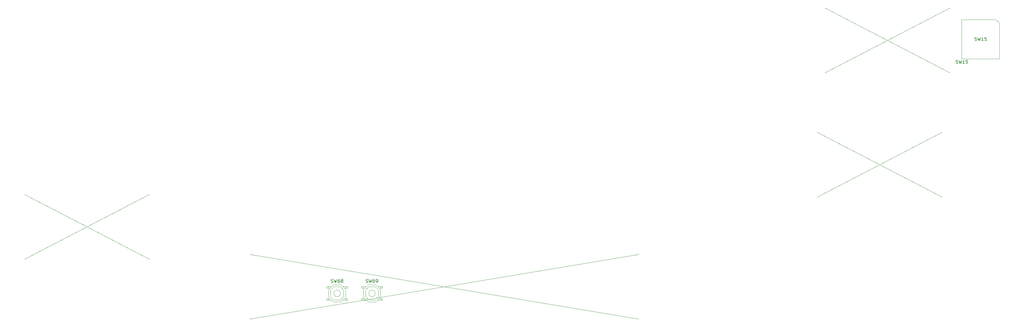
<source format=gbr>
%TF.GenerationSoftware,KiCad,Pcbnew,9.0.2*%
%TF.CreationDate,2025-06-21T23:14:43+02:00*%
%TF.ProjectId,MOD65,4d4f4436-352e-46b6-9963-61645f706362,2*%
%TF.SameCoordinates,Original*%
%TF.FileFunction,AssemblyDrawing,Top*%
%FSLAX46Y46*%
G04 Gerber Fmt 4.6, Leading zero omitted, Abs format (unit mm)*
G04 Created by KiCad (PCBNEW 9.0.2) date 2025-06-21 23:14:43*
%MOMM*%
%LPD*%
G01*
G04 APERTURE LIST*
%ADD10C,0.150000*%
%ADD11C,0.120000*%
%ADD12C,0.100000*%
G04 APERTURE END LIST*
D10*
X316290476Y-45507200D02*
X316433333Y-45554819D01*
X316433333Y-45554819D02*
X316671428Y-45554819D01*
X316671428Y-45554819D02*
X316766666Y-45507200D01*
X316766666Y-45507200D02*
X316814285Y-45459580D01*
X316814285Y-45459580D02*
X316861904Y-45364342D01*
X316861904Y-45364342D02*
X316861904Y-45269104D01*
X316861904Y-45269104D02*
X316814285Y-45173866D01*
X316814285Y-45173866D02*
X316766666Y-45126247D01*
X316766666Y-45126247D02*
X316671428Y-45078628D01*
X316671428Y-45078628D02*
X316480952Y-45031009D01*
X316480952Y-45031009D02*
X316385714Y-44983390D01*
X316385714Y-44983390D02*
X316338095Y-44935771D01*
X316338095Y-44935771D02*
X316290476Y-44840533D01*
X316290476Y-44840533D02*
X316290476Y-44745295D01*
X316290476Y-44745295D02*
X316338095Y-44650057D01*
X316338095Y-44650057D02*
X316385714Y-44602438D01*
X316385714Y-44602438D02*
X316480952Y-44554819D01*
X316480952Y-44554819D02*
X316719047Y-44554819D01*
X316719047Y-44554819D02*
X316861904Y-44602438D01*
X317195238Y-44554819D02*
X317433333Y-45554819D01*
X317433333Y-45554819D02*
X317623809Y-44840533D01*
X317623809Y-44840533D02*
X317814285Y-45554819D01*
X317814285Y-45554819D02*
X318052381Y-44554819D01*
X318957142Y-45554819D02*
X318385714Y-45554819D01*
X318671428Y-45554819D02*
X318671428Y-44554819D01*
X318671428Y-44554819D02*
X318576190Y-44697676D01*
X318576190Y-44697676D02*
X318480952Y-44792914D01*
X318480952Y-44792914D02*
X318385714Y-44840533D01*
X319861904Y-44554819D02*
X319385714Y-44554819D01*
X319385714Y-44554819D02*
X319338095Y-45031009D01*
X319338095Y-45031009D02*
X319385714Y-44983390D01*
X319385714Y-44983390D02*
X319480952Y-44935771D01*
X319480952Y-44935771D02*
X319719047Y-44935771D01*
X319719047Y-44935771D02*
X319814285Y-44983390D01*
X319814285Y-44983390D02*
X319861904Y-45031009D01*
X319861904Y-45031009D02*
X319909523Y-45126247D01*
X319909523Y-45126247D02*
X319909523Y-45364342D01*
X319909523Y-45364342D02*
X319861904Y-45459580D01*
X319861904Y-45459580D02*
X319814285Y-45507200D01*
X319814285Y-45507200D02*
X319719047Y-45554819D01*
X319719047Y-45554819D02*
X319480952Y-45554819D01*
X319480952Y-45554819D02*
X319385714Y-45507200D01*
X319385714Y-45507200D02*
X319338095Y-45459580D01*
X322040476Y-38507200D02*
X322183333Y-38554819D01*
X322183333Y-38554819D02*
X322421428Y-38554819D01*
X322421428Y-38554819D02*
X322516666Y-38507200D01*
X322516666Y-38507200D02*
X322564285Y-38459580D01*
X322564285Y-38459580D02*
X322611904Y-38364342D01*
X322611904Y-38364342D02*
X322611904Y-38269104D01*
X322611904Y-38269104D02*
X322564285Y-38173866D01*
X322564285Y-38173866D02*
X322516666Y-38126247D01*
X322516666Y-38126247D02*
X322421428Y-38078628D01*
X322421428Y-38078628D02*
X322230952Y-38031009D01*
X322230952Y-38031009D02*
X322135714Y-37983390D01*
X322135714Y-37983390D02*
X322088095Y-37935771D01*
X322088095Y-37935771D02*
X322040476Y-37840533D01*
X322040476Y-37840533D02*
X322040476Y-37745295D01*
X322040476Y-37745295D02*
X322088095Y-37650057D01*
X322088095Y-37650057D02*
X322135714Y-37602438D01*
X322135714Y-37602438D02*
X322230952Y-37554819D01*
X322230952Y-37554819D02*
X322469047Y-37554819D01*
X322469047Y-37554819D02*
X322611904Y-37602438D01*
X322945238Y-37554819D02*
X323183333Y-38554819D01*
X323183333Y-38554819D02*
X323373809Y-37840533D01*
X323373809Y-37840533D02*
X323564285Y-38554819D01*
X323564285Y-38554819D02*
X323802381Y-37554819D01*
X324707142Y-38554819D02*
X324135714Y-38554819D01*
X324421428Y-38554819D02*
X324421428Y-37554819D01*
X324421428Y-37554819D02*
X324326190Y-37697676D01*
X324326190Y-37697676D02*
X324230952Y-37792914D01*
X324230952Y-37792914D02*
X324135714Y-37840533D01*
X325611904Y-37554819D02*
X325135714Y-37554819D01*
X325135714Y-37554819D02*
X325088095Y-38031009D01*
X325088095Y-38031009D02*
X325135714Y-37983390D01*
X325135714Y-37983390D02*
X325230952Y-37935771D01*
X325230952Y-37935771D02*
X325469047Y-37935771D01*
X325469047Y-37935771D02*
X325564285Y-37983390D01*
X325564285Y-37983390D02*
X325611904Y-38031009D01*
X325611904Y-38031009D02*
X325659523Y-38126247D01*
X325659523Y-38126247D02*
X325659523Y-38364342D01*
X325659523Y-38364342D02*
X325611904Y-38459580D01*
X325611904Y-38459580D02*
X325564285Y-38507200D01*
X325564285Y-38507200D02*
X325469047Y-38554819D01*
X325469047Y-38554819D02*
X325230952Y-38554819D01*
X325230952Y-38554819D02*
X325135714Y-38507200D01*
X325135714Y-38507200D02*
X325088095Y-38459580D01*
X124840476Y-112657200D02*
X124983333Y-112704819D01*
X124983333Y-112704819D02*
X125221428Y-112704819D01*
X125221428Y-112704819D02*
X125316666Y-112657200D01*
X125316666Y-112657200D02*
X125364285Y-112609580D01*
X125364285Y-112609580D02*
X125411904Y-112514342D01*
X125411904Y-112514342D02*
X125411904Y-112419104D01*
X125411904Y-112419104D02*
X125364285Y-112323866D01*
X125364285Y-112323866D02*
X125316666Y-112276247D01*
X125316666Y-112276247D02*
X125221428Y-112228628D01*
X125221428Y-112228628D02*
X125030952Y-112181009D01*
X125030952Y-112181009D02*
X124935714Y-112133390D01*
X124935714Y-112133390D02*
X124888095Y-112085771D01*
X124888095Y-112085771D02*
X124840476Y-111990533D01*
X124840476Y-111990533D02*
X124840476Y-111895295D01*
X124840476Y-111895295D02*
X124888095Y-111800057D01*
X124888095Y-111800057D02*
X124935714Y-111752438D01*
X124935714Y-111752438D02*
X125030952Y-111704819D01*
X125030952Y-111704819D02*
X125269047Y-111704819D01*
X125269047Y-111704819D02*
X125411904Y-111752438D01*
X125745238Y-111704819D02*
X125983333Y-112704819D01*
X125983333Y-112704819D02*
X126173809Y-111990533D01*
X126173809Y-111990533D02*
X126364285Y-112704819D01*
X126364285Y-112704819D02*
X126602381Y-111704819D01*
X127411904Y-111704819D02*
X127221428Y-111704819D01*
X127221428Y-111704819D02*
X127126190Y-111752438D01*
X127126190Y-111752438D02*
X127078571Y-111800057D01*
X127078571Y-111800057D02*
X126983333Y-111942914D01*
X126983333Y-111942914D02*
X126935714Y-112133390D01*
X126935714Y-112133390D02*
X126935714Y-112514342D01*
X126935714Y-112514342D02*
X126983333Y-112609580D01*
X126983333Y-112609580D02*
X127030952Y-112657200D01*
X127030952Y-112657200D02*
X127126190Y-112704819D01*
X127126190Y-112704819D02*
X127316666Y-112704819D01*
X127316666Y-112704819D02*
X127411904Y-112657200D01*
X127411904Y-112657200D02*
X127459523Y-112609580D01*
X127459523Y-112609580D02*
X127507142Y-112514342D01*
X127507142Y-112514342D02*
X127507142Y-112276247D01*
X127507142Y-112276247D02*
X127459523Y-112181009D01*
X127459523Y-112181009D02*
X127411904Y-112133390D01*
X127411904Y-112133390D02*
X127316666Y-112085771D01*
X127316666Y-112085771D02*
X127126190Y-112085771D01*
X127126190Y-112085771D02*
X127030952Y-112133390D01*
X127030952Y-112133390D02*
X126983333Y-112181009D01*
X126983333Y-112181009D02*
X126935714Y-112276247D01*
X128078571Y-112133390D02*
X127983333Y-112085771D01*
X127983333Y-112085771D02*
X127935714Y-112038152D01*
X127935714Y-112038152D02*
X127888095Y-111942914D01*
X127888095Y-111942914D02*
X127888095Y-111895295D01*
X127888095Y-111895295D02*
X127935714Y-111800057D01*
X127935714Y-111800057D02*
X127983333Y-111752438D01*
X127983333Y-111752438D02*
X128078571Y-111704819D01*
X128078571Y-111704819D02*
X128269047Y-111704819D01*
X128269047Y-111704819D02*
X128364285Y-111752438D01*
X128364285Y-111752438D02*
X128411904Y-111800057D01*
X128411904Y-111800057D02*
X128459523Y-111895295D01*
X128459523Y-111895295D02*
X128459523Y-111942914D01*
X128459523Y-111942914D02*
X128411904Y-112038152D01*
X128411904Y-112038152D02*
X128364285Y-112085771D01*
X128364285Y-112085771D02*
X128269047Y-112133390D01*
X128269047Y-112133390D02*
X128078571Y-112133390D01*
X128078571Y-112133390D02*
X127983333Y-112181009D01*
X127983333Y-112181009D02*
X127935714Y-112228628D01*
X127935714Y-112228628D02*
X127888095Y-112323866D01*
X127888095Y-112323866D02*
X127888095Y-112514342D01*
X127888095Y-112514342D02*
X127935714Y-112609580D01*
X127935714Y-112609580D02*
X127983333Y-112657200D01*
X127983333Y-112657200D02*
X128078571Y-112704819D01*
X128078571Y-112704819D02*
X128269047Y-112704819D01*
X128269047Y-112704819D02*
X128364285Y-112657200D01*
X128364285Y-112657200D02*
X128411904Y-112609580D01*
X128411904Y-112609580D02*
X128459523Y-112514342D01*
X128459523Y-112514342D02*
X128459523Y-112323866D01*
X128459523Y-112323866D02*
X128411904Y-112228628D01*
X128411904Y-112228628D02*
X128364285Y-112181009D01*
X128364285Y-112181009D02*
X128269047Y-112133390D01*
X124840476Y-112657200D02*
X124983333Y-112704819D01*
X124983333Y-112704819D02*
X125221428Y-112704819D01*
X125221428Y-112704819D02*
X125316666Y-112657200D01*
X125316666Y-112657200D02*
X125364285Y-112609580D01*
X125364285Y-112609580D02*
X125411904Y-112514342D01*
X125411904Y-112514342D02*
X125411904Y-112419104D01*
X125411904Y-112419104D02*
X125364285Y-112323866D01*
X125364285Y-112323866D02*
X125316666Y-112276247D01*
X125316666Y-112276247D02*
X125221428Y-112228628D01*
X125221428Y-112228628D02*
X125030952Y-112181009D01*
X125030952Y-112181009D02*
X124935714Y-112133390D01*
X124935714Y-112133390D02*
X124888095Y-112085771D01*
X124888095Y-112085771D02*
X124840476Y-111990533D01*
X124840476Y-111990533D02*
X124840476Y-111895295D01*
X124840476Y-111895295D02*
X124888095Y-111800057D01*
X124888095Y-111800057D02*
X124935714Y-111752438D01*
X124935714Y-111752438D02*
X125030952Y-111704819D01*
X125030952Y-111704819D02*
X125269047Y-111704819D01*
X125269047Y-111704819D02*
X125411904Y-111752438D01*
X125745238Y-111704819D02*
X125983333Y-112704819D01*
X125983333Y-112704819D02*
X126173809Y-111990533D01*
X126173809Y-111990533D02*
X126364285Y-112704819D01*
X126364285Y-112704819D02*
X126602381Y-111704819D01*
X127411904Y-111704819D02*
X127221428Y-111704819D01*
X127221428Y-111704819D02*
X127126190Y-111752438D01*
X127126190Y-111752438D02*
X127078571Y-111800057D01*
X127078571Y-111800057D02*
X126983333Y-111942914D01*
X126983333Y-111942914D02*
X126935714Y-112133390D01*
X126935714Y-112133390D02*
X126935714Y-112514342D01*
X126935714Y-112514342D02*
X126983333Y-112609580D01*
X126983333Y-112609580D02*
X127030952Y-112657200D01*
X127030952Y-112657200D02*
X127126190Y-112704819D01*
X127126190Y-112704819D02*
X127316666Y-112704819D01*
X127316666Y-112704819D02*
X127411904Y-112657200D01*
X127411904Y-112657200D02*
X127459523Y-112609580D01*
X127459523Y-112609580D02*
X127507142Y-112514342D01*
X127507142Y-112514342D02*
X127507142Y-112276247D01*
X127507142Y-112276247D02*
X127459523Y-112181009D01*
X127459523Y-112181009D02*
X127411904Y-112133390D01*
X127411904Y-112133390D02*
X127316666Y-112085771D01*
X127316666Y-112085771D02*
X127126190Y-112085771D01*
X127126190Y-112085771D02*
X127030952Y-112133390D01*
X127030952Y-112133390D02*
X126983333Y-112181009D01*
X126983333Y-112181009D02*
X126935714Y-112276247D01*
X128078571Y-112133390D02*
X127983333Y-112085771D01*
X127983333Y-112085771D02*
X127935714Y-112038152D01*
X127935714Y-112038152D02*
X127888095Y-111942914D01*
X127888095Y-111942914D02*
X127888095Y-111895295D01*
X127888095Y-111895295D02*
X127935714Y-111800057D01*
X127935714Y-111800057D02*
X127983333Y-111752438D01*
X127983333Y-111752438D02*
X128078571Y-111704819D01*
X128078571Y-111704819D02*
X128269047Y-111704819D01*
X128269047Y-111704819D02*
X128364285Y-111752438D01*
X128364285Y-111752438D02*
X128411904Y-111800057D01*
X128411904Y-111800057D02*
X128459523Y-111895295D01*
X128459523Y-111895295D02*
X128459523Y-111942914D01*
X128459523Y-111942914D02*
X128411904Y-112038152D01*
X128411904Y-112038152D02*
X128364285Y-112085771D01*
X128364285Y-112085771D02*
X128269047Y-112133390D01*
X128269047Y-112133390D02*
X128078571Y-112133390D01*
X128078571Y-112133390D02*
X127983333Y-112181009D01*
X127983333Y-112181009D02*
X127935714Y-112228628D01*
X127935714Y-112228628D02*
X127888095Y-112323866D01*
X127888095Y-112323866D02*
X127888095Y-112514342D01*
X127888095Y-112514342D02*
X127935714Y-112609580D01*
X127935714Y-112609580D02*
X127983333Y-112657200D01*
X127983333Y-112657200D02*
X128078571Y-112704819D01*
X128078571Y-112704819D02*
X128269047Y-112704819D01*
X128269047Y-112704819D02*
X128364285Y-112657200D01*
X128364285Y-112657200D02*
X128411904Y-112609580D01*
X128411904Y-112609580D02*
X128459523Y-112514342D01*
X128459523Y-112514342D02*
X128459523Y-112323866D01*
X128459523Y-112323866D02*
X128411904Y-112228628D01*
X128411904Y-112228628D02*
X128364285Y-112181009D01*
X128364285Y-112181009D02*
X128269047Y-112133390D01*
X135540476Y-112657200D02*
X135683333Y-112704819D01*
X135683333Y-112704819D02*
X135921428Y-112704819D01*
X135921428Y-112704819D02*
X136016666Y-112657200D01*
X136016666Y-112657200D02*
X136064285Y-112609580D01*
X136064285Y-112609580D02*
X136111904Y-112514342D01*
X136111904Y-112514342D02*
X136111904Y-112419104D01*
X136111904Y-112419104D02*
X136064285Y-112323866D01*
X136064285Y-112323866D02*
X136016666Y-112276247D01*
X136016666Y-112276247D02*
X135921428Y-112228628D01*
X135921428Y-112228628D02*
X135730952Y-112181009D01*
X135730952Y-112181009D02*
X135635714Y-112133390D01*
X135635714Y-112133390D02*
X135588095Y-112085771D01*
X135588095Y-112085771D02*
X135540476Y-111990533D01*
X135540476Y-111990533D02*
X135540476Y-111895295D01*
X135540476Y-111895295D02*
X135588095Y-111800057D01*
X135588095Y-111800057D02*
X135635714Y-111752438D01*
X135635714Y-111752438D02*
X135730952Y-111704819D01*
X135730952Y-111704819D02*
X135969047Y-111704819D01*
X135969047Y-111704819D02*
X136111904Y-111752438D01*
X136445238Y-111704819D02*
X136683333Y-112704819D01*
X136683333Y-112704819D02*
X136873809Y-111990533D01*
X136873809Y-111990533D02*
X137064285Y-112704819D01*
X137064285Y-112704819D02*
X137302381Y-111704819D01*
X138111904Y-111704819D02*
X137921428Y-111704819D01*
X137921428Y-111704819D02*
X137826190Y-111752438D01*
X137826190Y-111752438D02*
X137778571Y-111800057D01*
X137778571Y-111800057D02*
X137683333Y-111942914D01*
X137683333Y-111942914D02*
X137635714Y-112133390D01*
X137635714Y-112133390D02*
X137635714Y-112514342D01*
X137635714Y-112514342D02*
X137683333Y-112609580D01*
X137683333Y-112609580D02*
X137730952Y-112657200D01*
X137730952Y-112657200D02*
X137826190Y-112704819D01*
X137826190Y-112704819D02*
X138016666Y-112704819D01*
X138016666Y-112704819D02*
X138111904Y-112657200D01*
X138111904Y-112657200D02*
X138159523Y-112609580D01*
X138159523Y-112609580D02*
X138207142Y-112514342D01*
X138207142Y-112514342D02*
X138207142Y-112276247D01*
X138207142Y-112276247D02*
X138159523Y-112181009D01*
X138159523Y-112181009D02*
X138111904Y-112133390D01*
X138111904Y-112133390D02*
X138016666Y-112085771D01*
X138016666Y-112085771D02*
X137826190Y-112085771D01*
X137826190Y-112085771D02*
X137730952Y-112133390D01*
X137730952Y-112133390D02*
X137683333Y-112181009D01*
X137683333Y-112181009D02*
X137635714Y-112276247D01*
X138683333Y-112704819D02*
X138873809Y-112704819D01*
X138873809Y-112704819D02*
X138969047Y-112657200D01*
X138969047Y-112657200D02*
X139016666Y-112609580D01*
X139016666Y-112609580D02*
X139111904Y-112466723D01*
X139111904Y-112466723D02*
X139159523Y-112276247D01*
X139159523Y-112276247D02*
X139159523Y-111895295D01*
X139159523Y-111895295D02*
X139111904Y-111800057D01*
X139111904Y-111800057D02*
X139064285Y-111752438D01*
X139064285Y-111752438D02*
X138969047Y-111704819D01*
X138969047Y-111704819D02*
X138778571Y-111704819D01*
X138778571Y-111704819D02*
X138683333Y-111752438D01*
X138683333Y-111752438D02*
X138635714Y-111800057D01*
X138635714Y-111800057D02*
X138588095Y-111895295D01*
X138588095Y-111895295D02*
X138588095Y-112133390D01*
X138588095Y-112133390D02*
X138635714Y-112228628D01*
X138635714Y-112228628D02*
X138683333Y-112276247D01*
X138683333Y-112276247D02*
X138778571Y-112323866D01*
X138778571Y-112323866D02*
X138969047Y-112323866D01*
X138969047Y-112323866D02*
X139064285Y-112276247D01*
X139064285Y-112276247D02*
X139111904Y-112228628D01*
X139111904Y-112228628D02*
X139159523Y-112133390D01*
X135540476Y-112657200D02*
X135683333Y-112704819D01*
X135683333Y-112704819D02*
X135921428Y-112704819D01*
X135921428Y-112704819D02*
X136016666Y-112657200D01*
X136016666Y-112657200D02*
X136064285Y-112609580D01*
X136064285Y-112609580D02*
X136111904Y-112514342D01*
X136111904Y-112514342D02*
X136111904Y-112419104D01*
X136111904Y-112419104D02*
X136064285Y-112323866D01*
X136064285Y-112323866D02*
X136016666Y-112276247D01*
X136016666Y-112276247D02*
X135921428Y-112228628D01*
X135921428Y-112228628D02*
X135730952Y-112181009D01*
X135730952Y-112181009D02*
X135635714Y-112133390D01*
X135635714Y-112133390D02*
X135588095Y-112085771D01*
X135588095Y-112085771D02*
X135540476Y-111990533D01*
X135540476Y-111990533D02*
X135540476Y-111895295D01*
X135540476Y-111895295D02*
X135588095Y-111800057D01*
X135588095Y-111800057D02*
X135635714Y-111752438D01*
X135635714Y-111752438D02*
X135730952Y-111704819D01*
X135730952Y-111704819D02*
X135969047Y-111704819D01*
X135969047Y-111704819D02*
X136111904Y-111752438D01*
X136445238Y-111704819D02*
X136683333Y-112704819D01*
X136683333Y-112704819D02*
X136873809Y-111990533D01*
X136873809Y-111990533D02*
X137064285Y-112704819D01*
X137064285Y-112704819D02*
X137302381Y-111704819D01*
X138111904Y-111704819D02*
X137921428Y-111704819D01*
X137921428Y-111704819D02*
X137826190Y-111752438D01*
X137826190Y-111752438D02*
X137778571Y-111800057D01*
X137778571Y-111800057D02*
X137683333Y-111942914D01*
X137683333Y-111942914D02*
X137635714Y-112133390D01*
X137635714Y-112133390D02*
X137635714Y-112514342D01*
X137635714Y-112514342D02*
X137683333Y-112609580D01*
X137683333Y-112609580D02*
X137730952Y-112657200D01*
X137730952Y-112657200D02*
X137826190Y-112704819D01*
X137826190Y-112704819D02*
X138016666Y-112704819D01*
X138016666Y-112704819D02*
X138111904Y-112657200D01*
X138111904Y-112657200D02*
X138159523Y-112609580D01*
X138159523Y-112609580D02*
X138207142Y-112514342D01*
X138207142Y-112514342D02*
X138207142Y-112276247D01*
X138207142Y-112276247D02*
X138159523Y-112181009D01*
X138159523Y-112181009D02*
X138111904Y-112133390D01*
X138111904Y-112133390D02*
X138016666Y-112085771D01*
X138016666Y-112085771D02*
X137826190Y-112085771D01*
X137826190Y-112085771D02*
X137730952Y-112133390D01*
X137730952Y-112133390D02*
X137683333Y-112181009D01*
X137683333Y-112181009D02*
X137635714Y-112276247D01*
X138683333Y-112704819D02*
X138873809Y-112704819D01*
X138873809Y-112704819D02*
X138969047Y-112657200D01*
X138969047Y-112657200D02*
X139016666Y-112609580D01*
X139016666Y-112609580D02*
X139111904Y-112466723D01*
X139111904Y-112466723D02*
X139159523Y-112276247D01*
X139159523Y-112276247D02*
X139159523Y-111895295D01*
X139159523Y-111895295D02*
X139111904Y-111800057D01*
X139111904Y-111800057D02*
X139064285Y-111752438D01*
X139064285Y-111752438D02*
X138969047Y-111704819D01*
X138969047Y-111704819D02*
X138778571Y-111704819D01*
X138778571Y-111704819D02*
X138683333Y-111752438D01*
X138683333Y-111752438D02*
X138635714Y-111800057D01*
X138635714Y-111800057D02*
X138588095Y-111895295D01*
X138588095Y-111895295D02*
X138588095Y-112133390D01*
X138588095Y-112133390D02*
X138635714Y-112228628D01*
X138635714Y-112228628D02*
X138683333Y-112276247D01*
X138683333Y-112276247D02*
X138778571Y-112323866D01*
X138778571Y-112323866D02*
X138969047Y-112323866D01*
X138969047Y-112323866D02*
X139064285Y-112276247D01*
X139064285Y-112276247D02*
X139111904Y-112228628D01*
X139111904Y-112228628D02*
X139159523Y-112133390D01*
D11*
%TO.C,SW15*%
X318050000Y-32100000D02*
X328550000Y-32100000D01*
X318050000Y-44100000D02*
X318050000Y-32100000D01*
X328550000Y-32100000D02*
X329650000Y-33100000D01*
X329650000Y-33100000D02*
X329650000Y-44100000D01*
X329650000Y-44100000D02*
X318050000Y-44100000D01*
D12*
%TO.C,SW68*%
X123450000Y-113900000D02*
X123450000Y-114400000D01*
X123450000Y-114400000D02*
X124450000Y-114400000D01*
X123450000Y-117600000D02*
X124450000Y-117600000D01*
X123450000Y-118100000D02*
X123450000Y-117600000D01*
X123950000Y-113900000D02*
X123950000Y-114400000D01*
X123950000Y-118100000D02*
X123950000Y-117600000D01*
X124050000Y-114800000D02*
X124050000Y-117200000D01*
X124050000Y-117200000D02*
X125450000Y-118600000D01*
X124650000Y-115000000D02*
X125650000Y-114000000D01*
X124650000Y-117000000D02*
X124650000Y-115000000D01*
X124950000Y-113900000D02*
X123450000Y-113900000D01*
X124950000Y-118100000D02*
X123450000Y-118100000D01*
X125450000Y-113400000D02*
X124050000Y-114800000D01*
X125450000Y-118600000D02*
X127850000Y-118600000D01*
X125650000Y-114000000D02*
X127650000Y-114000000D01*
X125650000Y-118000000D02*
X124650000Y-117000000D01*
X127650000Y-114000000D02*
X128650000Y-115000000D01*
X127650000Y-118000000D02*
X125650000Y-118000000D01*
X127850000Y-113400000D02*
X125450000Y-113400000D01*
X127850000Y-118600000D02*
X129250000Y-117200000D01*
X128350000Y-113900000D02*
X129850000Y-113900000D01*
X128350000Y-118100000D02*
X129850000Y-118100000D01*
X128650000Y-115000000D02*
X128650000Y-117000000D01*
X128650000Y-117000000D02*
X127650000Y-118000000D01*
X129250000Y-114800000D02*
X127850000Y-113400000D01*
X129250000Y-117200000D02*
X129250000Y-114800000D01*
X129350000Y-113900000D02*
X129350000Y-114400000D01*
X129350000Y-118100000D02*
X129350000Y-117600000D01*
X129850000Y-113900000D02*
X129850000Y-114400000D01*
X129850000Y-114400000D02*
X128850000Y-114400000D01*
X129850000Y-117600000D02*
X128850000Y-117600000D01*
X129850000Y-118100000D02*
X129850000Y-117600000D01*
X127650000Y-116000000D02*
G75*
G02*
X125650000Y-116000000I-1000000J0D01*
G01*
X125650000Y-116000000D02*
G75*
G02*
X127650000Y-116000000I1000000J0D01*
G01*
%TO.C,SW69*%
X134150000Y-113900000D02*
X134150000Y-114400000D01*
X134150000Y-114400000D02*
X135150000Y-114400000D01*
X134150000Y-117600000D02*
X135150000Y-117600000D01*
X134150000Y-118100000D02*
X134150000Y-117600000D01*
X134650000Y-113900000D02*
X134650000Y-114400000D01*
X134650000Y-118100000D02*
X134650000Y-117600000D01*
X134750000Y-114800000D02*
X134750000Y-117200000D01*
X134750000Y-117200000D02*
X136150000Y-118600000D01*
X135350000Y-115000000D02*
X136350000Y-114000000D01*
X135350000Y-117000000D02*
X135350000Y-115000000D01*
X135650000Y-113900000D02*
X134150000Y-113900000D01*
X135650000Y-118100000D02*
X134150000Y-118100000D01*
X136150000Y-113400000D02*
X134750000Y-114800000D01*
X136150000Y-118600000D02*
X138550000Y-118600000D01*
X136350000Y-114000000D02*
X138350000Y-114000000D01*
X136350000Y-118000000D02*
X135350000Y-117000000D01*
X138350000Y-114000000D02*
X139350000Y-115000000D01*
X138350000Y-118000000D02*
X136350000Y-118000000D01*
X138550000Y-113400000D02*
X136150000Y-113400000D01*
X138550000Y-118600000D02*
X139950000Y-117200000D01*
X139050000Y-113900000D02*
X140550000Y-113900000D01*
X139050000Y-118100000D02*
X140550000Y-118100000D01*
X139350000Y-115000000D02*
X139350000Y-117000000D01*
X139350000Y-117000000D02*
X138350000Y-118000000D01*
X139950000Y-114800000D02*
X138550000Y-113400000D01*
X139950000Y-117200000D02*
X139950000Y-114800000D01*
X140050000Y-113900000D02*
X140050000Y-114400000D01*
X140050000Y-118100000D02*
X140050000Y-117600000D01*
X140550000Y-113900000D02*
X140550000Y-114400000D01*
X140550000Y-114400000D02*
X139550000Y-114400000D01*
X140550000Y-117600000D02*
X139550000Y-117600000D01*
X140550000Y-118100000D02*
X140550000Y-117600000D01*
X138350000Y-116000000D02*
G75*
G02*
X136350000Y-116000000I-1000000J0D01*
G01*
X136350000Y-116000000D02*
G75*
G02*
X138350000Y-116000000I1000000J0D01*
G01*
%TD*%
X273783750Y-66615000D02*
X312003750Y-86448900D01*
X273783750Y-86448900D02*
X312003750Y-66615000D01*
X30896250Y-85665000D02*
X69116250Y-105498900D01*
X30896250Y-105498900D02*
X69116250Y-85665000D01*
X276165000Y-28515000D02*
X314385000Y-48348900D01*
X276165000Y-48348900D02*
X314385000Y-28515000D01*
X99952500Y-104051100D02*
X219135000Y-123885000D01*
X99952500Y-123885000D02*
X219135000Y-104051100D01*
M02*

</source>
